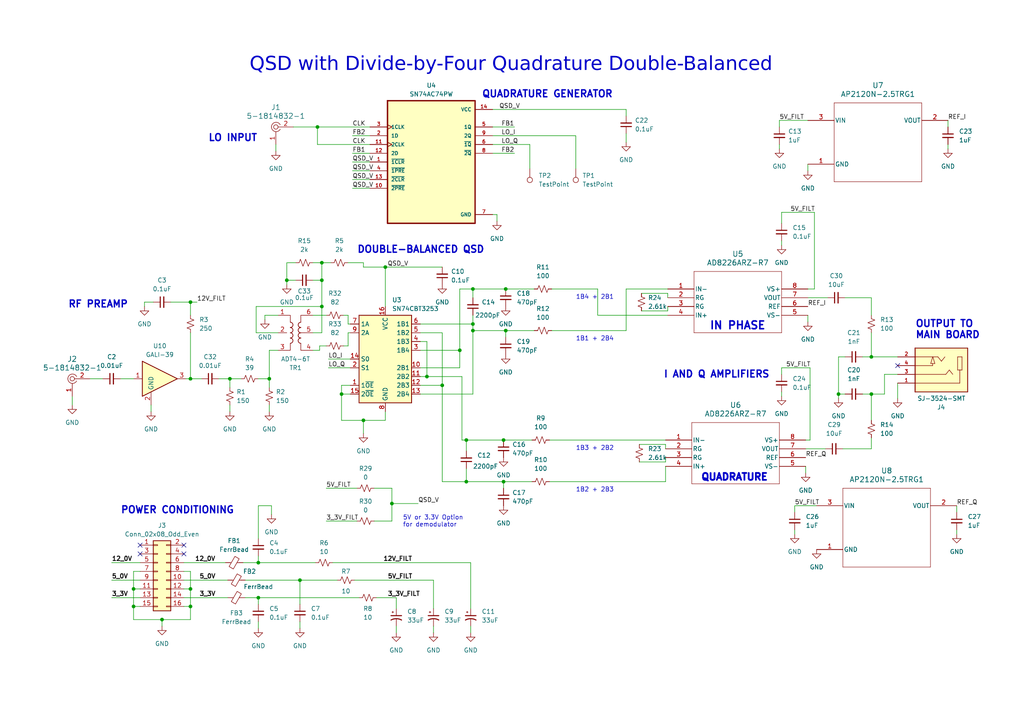
<source format=kicad_sch>
(kicad_sch (version 20230121) (generator eeschema)
  (paper "A4")
  (title_block (title "QSD4 with Divide-by-Four Quadrature Double-Balanced") (date "2023-11-17") (rev "1.0"))
  (lib_symbols
    (symbol "2023-10-04_14-23-21:AD8226ARZ-R7" (pin_names (offset 0.254))
      (property "Reference" "U" (at 20.32 10.16 0))
      (property "Value" "AD8226ARZ-R7" (at 20.32 7.62 0))
      (symbol "AD8226ARZ-R7_0_1"
        (pin unspecified line (at 0 0 0) (length 7.62) (name "IN-") (number "1"))
        (pin unspecified line (at 0 -2.54 0) (length 7.62) (name "RG") (number "2"))
        (pin unspecified line (at 0 -5.08 0) (length 7.62) (name "RG") (number "3"))
        (pin unspecified line (at 0 -7.62 0) (length 7.62) (name "IN+") (number "4"))
        (pin power_in line (at 40.64 -7.62 180) (length 7.62) (name "VS-") (number "5"))
        (pin unspecified line (at 40.64 -5.08 180) (length 7.62) (name "REF") (number "6"))
        (pin unspecified line (at 40.64 -2.54 180) (length 7.62) (name "VOUT") (number "7"))
        (pin power_in line (at 40.64 0 180) (length 7.62) (name "VS+") (number "8"))
      )
    )
    (symbol "2023-10-04_14-49-55:AP2120N-2.5TRG1" (pin_names (offset 0.254))
      (property "Reference" "U" (at 20.32 10.16 0))
      (property "Value" "AP2120N-2.5TRG1" (at 20.32 7.62 0))
      (symbol "AP2120N-2.5TRG1_0_1"
        (pin power_in line (at 0 -12.7 0) (length 7.62) (name "GND") (number "1"))
        (pin output line (at 40.64 0 180) (length 7.62) (name "VOUT") (number "2"))
        (pin input line (at 0 0 0) (length 7.62) (name "VIN") (number "3"))
      )
    )
    (symbol "Analog_Switch:SN74CBT3253"
      (property "Reference" "U" (at -7.62 13.97 0))
      (property "Value" "SN74CBT3253" (at -11.43 -13.97 0))
      (symbol "SN74CBT3253_1_1"
        (pin input line (at -10.16 -7.62 0) (length 2.54) (name "1~{OE}") (number "1"))
        (pin bidirectional line (at 10.16 -2.54 180) (length 2.54) (name "2B1") (number "10"))
        (pin bidirectional line (at 10.16 -5.08 180) (length 2.54) (name "2B2") (number "11"))
        (pin bidirectional line (at 10.16 -7.62 180) (length 2.54) (name "2B3") (number "12"))
        (pin bidirectional line (at 10.16 -10.16 180) (length 2.54) (name "2B4") (number "13"))
        (pin input line (at -10.16 0 0) (length 2.54) (name "S0") (number "14"))
        (pin input line (at -10.16 -10.16 0) (length 2.54) (name "2~{OE}") (number "15"))
        (pin power_in line (at 0 15.24 270) (length 2.54) (name "VCC") (number "16"))
        (pin input line (at -10.16 -2.54 0) (length 2.54) (name "S1") (number "2"))
        (pin bidirectional line (at 10.16 2.54 180) (length 2.54) (name "1B4") (number "3"))
        (pin bidirectional line (at 10.16 5.08 180) (length 2.54) (name "1B3") (number "4"))
        (pin bidirectional line (at 10.16 7.62 180) (length 2.54) (name "1B2") (number "5"))
        (pin bidirectional line (at 10.16 10.16 180) (length 2.54) (name "1B1") (number "6"))
        (pin bidirectional line (at -10.16 10.16 0) (length 2.54) (name "1A") (number "7"))
        (pin power_in line (at 0 -15.24 90) (length 2.54) (name "GND") (number "8"))
        (pin bidirectional line (at -10.16 7.62 0) (length 2.54) (name "2A") (number "9"))
      )
    )
    (symbol "Connector:TestPoint" (pin_numbers hide) (pin_names (offset 0.762) hide)
      (property "Reference" "TP" (at 0 6.858 0))
      (property "Value" "TestPoint" (at 0 5.08 0))
      (symbol "TestPoint_1_1"
        (pin passive line (at 0 0 90) (length 2.54) (name "1") (number "1"))
      )
    )
    (symbol "Connector_Generic:Conn_02x08_Odd_Even" (pin_names (offset 1.016) hide)
      (property "Reference" "J" (at 1.27 10.16 0))
      (property "Value" "Conn_02x08_Odd_Even" (at 1.27 -12.7 0))
      (symbol "Conn_02x08_Odd_Even_1_1"
        (pin passive line (at -5.08 7.62 0) (length 3.81) (name "Pin_1") (number "1"))
        (pin passive line (at 7.62 -2.54 180) (length 3.81) (name "Pin_10") (number "10"))
        (pin passive line (at -5.08 -5.08 0) (length 3.81) (name "Pin_11") (number "11"))
        (pin passive line (at 7.62 -5.08 180) (length 3.81) (name "Pin_12") (number "12"))
        (pin passive line (at -5.08 -7.62 0) (length 3.81) (name "Pin_13") (number "13"))
        (pin passive line (at 7.62 -7.62 180) (length 3.81) (name "Pin_14") (number "14"))
        (pin passive line (at -5.08 -10.16 0) (length 3.81) (name "Pin_15") (number "15"))
        (pin passive line (at 7.62 -10.16 180) (length 3.81) (name "Pin_16") (number "16"))
        (pin passive line (at 7.62 7.62 180) (length 3.81) (name "Pin_2") (number "2"))
        (pin passive line (at -5.08 5.08 0) (length 3.81) (name "Pin_3") (number "3"))
        (pin passive line (at 7.62 5.08 180) (length 3.81) (name "Pin_4") (number "4"))
        (pin passive line (at -5.08 2.54 0) (length 3.81) (name "Pin_5") (number "5"))
        (pin passive line (at 7.62 2.54 180) (length 3.81) (name "Pin_6") (number "6"))
        (pin passive line (at -5.08 0 0) (length 3.81) (name "Pin_7") (number "7"))
        (pin passive line (at 7.62 0 180) (length 3.81) (name "Pin_8") (number "8"))
        (pin passive line (at -5.08 -2.54 0) (length 3.81) (name "Pin_9") (number "9"))
      )
    )
    (symbol "Device:C_Polarized_Small_US" (pin_numbers hide) (pin_names (offset 0.254) hide)
      (property "Reference" "C" (at 0.254 1.778 0))
      (property "Value" "C_Polarized_Small_US" (at 0.254 -2.032 0))
      (symbol "C_Polarized_Small_US_1_1"
        (pin passive line (at 0 2.54 270) (length 2.032) (name "~") (number "1"))
        (pin passive line (at 0 -2.54 90) (length 2.032) (name "~") (number "2"))
      )
    )
    (symbol "Device:C_Small" (pin_numbers hide) (pin_names (offset 0.254) hide)
      (property "Reference" "C" (at 0.254 1.778 0))
      (property "Value" "C_Small" (at 0.254 -2.032 0))
      (symbol "C_Small_1_1"
        (pin passive line (at 0 2.54 270) (length 2.032) (name "~") (number "1"))
        (pin passive line (at 0 -2.54 90) (length 2.032) (name "~") (number "2"))
      )
    )
    (symbol "Device:FerriteBead_Small" (pin_numbers hide) (pin_names (offset 0))
      (property "Reference" "FB" (at 1.905 1.27 0))
      (property "Value" "FerriteBead_Small" (at 1.905 -1.27 0))
      (symbol "FerriteBead_Small_1_1"
        (pin passive line (at 0 2.54 270) (length 1.27) (name "~") (number "1"))
        (pin passive line (at 0 -2.54 90) (length 1.27) (name "~") (number "2"))
      )
    )
    (symbol "Device:R_Small_US" (pin_numbers hide) (pin_names (offset 0.254) hide)
      (property "Reference" "R" (at 0.762 0.508 0))
      (property "Value" "R_Small_US" (at 0.762 -1.016 0))
      (symbol "R_Small_US_1_1"
        (pin passive line (at 0 2.54 270) (length 1.016) (name "~") (number "1"))
        (pin passive line (at 0 -2.54 90) (length 1.016) (name "~") (number "2"))
      )
    )
    (symbol "RF_Amplifier:GALI-39"
      (property "Reference" "U" (at -1.27 7.62 0))
      (property "Value" "GALI-39" (at 2.54 5.08 0))
      (symbol "GALI-39_1_1"
        (pin input line (at -7.62 0 0) (length 2.54) (name "~") (number "1"))
        (pin power_in line (at -2.54 -7.62 90) (length 3.81) (name "GND") (number "2"))
        (pin output line (at 7.62 0 180) (length 2.54) (name "~") (number "3"))
      )
    )
    (symbol "SJ-3524-SMT:SJ-3524-SMT" (pin_names (offset 1.016) hide)
      (property "Reference" "J" (at -7.6454 8.2804 0))
      (property "Value" "SJ-3524-SMT" (at -7.6454 -7.6708 0))
      (symbol "SJ-3524-SMT_0_0"
        (pin passive line (at 12.7 5.08 180) (length 5.08) (name "~") (number "1"))
        (pin passive line (at 12.7 -2.54 180) (length 5.08) (name "~") (number "2"))
        (pin passive line (at 12.7 2.54 180) (length 5.08) (name "~") (number "3"))
        (pin passive line (at 12.7 0 180) (length 5.08) (name "~") (number "4"))
      )
    )
    (symbol "SN74AC74PW:SN74AC74PW" (pin_names (offset 1.016))
      (property "Reference" "U" (at -12.7 18.78 0))
      (property "Value" "SN74AC74PW" (at -12.7 -21.78 0))
      (symbol "SN74AC74PW_0_0"
        (pin input line (at -17.78 0 0) (length 5.08) (name "~{1CLR}") (number "1"))
        (pin input line (at -17.78 -7.62 0) (length 5.08) (name "~{2PRE}") (number "10"))
        (pin input clock (at -17.78 5.08 0) (length 5.08) (name "2CLK") (number "11"))
        (pin input line (at -17.78 2.54 0) (length 5.08) (name "2D") (number "12"))
        (pin input line (at -17.78 -5.08 0) (length 5.08) (name "~{2CLR}") (number "13"))
        (pin power_in line (at 17.78 15.24 180) (length 5.08) (name "VCC") (number "14"))
        (pin input line (at -17.78 7.62 0) (length 5.08) (name "1D") (number "2"))
        (pin input clock (at -17.78 10.16 0) (length 5.08) (name "1CLK") (number "3"))
        (pin input line (at -17.78 -2.54 0) (length 5.08) (name "~{1PRE}") (number "4"))
        (pin output line (at 17.78 10.16 180) (length 5.08) (name "1Q") (number "5"))
        (pin output line (at 17.78 5.08 180) (length 5.08) (name "~{1Q}") (number "6"))
        (pin power_in line (at 17.78 -15.24 180) (length 5.08) (name "GND") (number "7"))
        (pin output line (at 17.78 2.54 180) (length 5.08) (name "~{2Q}") (number "8"))
        (pin output line (at 17.78 7.62 180) (length 5.08) (name "2Q") (number "9"))
      )
    )
    (symbol "Transformer:ADT4-6T" (pin_names hide)
      (property "Reference" "TR1" (at 0 10.16 0))
      (property "Value" "ADT4-6T" (at 0 7.62 0))
      (symbol "ADT4-6T_1_1"
        (pin passive line (at -5.08 -5.08 0) (length 2.54) (name "~") (number "1"))
        (pin passive line (at -5.08 0 0) (length 2.54) (name "NOCONN") (number "2"))
        (pin passive line (at -5.08 5.08 0) (length 2.54) (name "~") (number "3"))
        (pin passive line (at 5.08 5.08 180) (length 2.54) (name "~") (number "4"))
        (pin passive line (at 5.08 0 180) (length 2.54) (name "~") (number "5"))
        (pin passive line (at 5.08 -5.08 180) (length 2.54) (name "~") (number "6"))
      )
    )
    (symbol "dk_Coaxial-Connectors-RF:5-1814832-1" (pin_names (offset 1.016))
      (property "Reference" "J" (at -2.54 1.27 0))
      (property "Value" "5-1814832-1" (at 1.27 -2.54 0))
      (symbol "5-1814832-1_1_1"
        (pin passive line (at 0 -5.08 90) (length 3.683) (name "~") (number "1"))
        (pin passive line (at 5.08 0 180) (length 4.445) (name "~") (number "2"))
      )
    )
    (symbol "power:GND" (power) (pin_names (offset 0))
      (property "Value" "GND" (at 0 -3.81 0))
      (symbol "GND_1_1"
        (pin power_in line (at 0 0 270) (length 0) hide (name "GND") (number "1"))
      )
    )
  )
  (junction (at 86.995 168.275))
  (junction (at 111.76 77.47))
  (junction (at 55.245 109.855))
  (junction (at 55.245 175.895))
  (junction (at 55.245 87.63))
  (junction (at 146.685 83.82))
  (junction (at 135.255 127.635))
  (junction (at 135.255 139.7))
  (junction (at 66.675 109.855))
  (junction (at 93.345 88.9))
  (junction (at 252.73 114.3))
  (junction (at 93.345 81.28))
  (junction (at 74.93 163.195))
  (junction (at 137.16 93.98))
  (junction (at 128.27 111.76))
  (junction (at 92.075 36.83))
  (junction (at 99.06 114.3))
  (junction (at 78.105 109.855))
  (junction (at 243.205 114.3))
  (junction (at 137.16 83.82))
  (junction (at 38.735 175.895))
  (junction (at 252.73 103.505))
  (junction (at 55.245 170.815))
  (junction (at 146.685 95.885))
  (junction (at 74.93 173.355))
  (junction (at 105.41 121.92))
  (junction (at 123.825 109.22))
  (junction (at 113.665 146.05))
  (junction (at 38.735 170.815))
  (junction (at 93.345 76.2))
  (junction (at 46.99 179.705))
  (junction (at 146.05 127.635))
  (junction (at 137.16 95.885))
  (junction (at 83.185 81.28))
  (junction (at 146.05 139.7))
  (junction (at 133.35 101.6))
  (no_connect (at 260.35 106.045))
  (no_connect (at 53.34 160.655))
  (no_connect (at 40.64 160.655))
  (no_connect (at 53.34 158.115))
  (no_connect (at 40.64 158.115))
  (wire (pts (xy 274.955 41.91) (xy 274.955 43.18)))
  (wire (pts (xy 186.055 90.17) (xy 193.675 90.17)))
  (wire (pts (xy 114.935 181.61) (xy 114.935 183.515)))
  (wire (pts (xy 233.68 130.175) (xy 239.395 130.175)))
  (wire (pts (xy 102.87 168.275) (xy 125.73 168.275)))
  (wire (pts (xy 121.92 99.06) (xy 123.825 99.06)))
  (wire (pts (xy 55.245 109.855) (xy 58.42 109.855)))
  (wire (pts (xy 108.585 141.605) (xy 113.665 141.605)))
  (wire (pts (xy 90.805 76.2) (xy 93.345 76.2)))
  (wire (pts (xy 234.95 127.635) (xy 234.95 106.68)))
  (wire (pts (xy 74.295 96.52) (xy 74.295 88.9)))
  (wire (pts (xy 167.005 48.895) (xy 167.005 39.37)))
  (wire (pts (xy 38.735 175.895) (xy 38.735 179.705)))
  (wire (pts (xy 185.42 128.905) (xy 193.04 128.905)))
  (wire (pts (xy 74.93 173.355) (xy 74.93 175.26)))
  (wire (pts (xy 181.61 95.885) (xy 181.61 83.82)))
  (wire (pts (xy 103.505 151.13) (xy 94.615 151.13)))
  (wire (pts (xy 226.06 34.925) (xy 226.06 36.83)))
  (wire (pts (xy 230.505 146.685) (xy 230.505 148.59)))
  (wire (pts (xy 38.735 170.815) (xy 40.64 170.815)))
  (wire (pts (xy 252.73 130.175) (xy 252.73 127)))
  (wire (pts (xy 256.54 114.3) (xy 256.54 108.585)))
  (wire (pts (xy 26.035 109.855) (xy 29.845 109.855)))
  (wire (pts (xy 99.06 114.3) (xy 99.06 111.76)))
  (wire (pts (xy 55.245 87.63) (xy 55.245 91.44)))
  (wire (pts (xy 80.01 41.91) (xy 80.01 43.815)))
  (wire (pts (xy 142.875 31.75) (xy 181.61 31.75)))
  (wire (pts (xy 137.16 83.82) (xy 146.685 83.82)))
  (wire (pts (xy 43.815 117.475) (xy 43.815 119.38)))
  (wire (pts (xy 71.12 173.355) (xy 74.93 173.355)))
  (wire (pts (xy 193.675 90.17) (xy 193.675 88.9)))
  (wire (pts (xy 137.16 83.82) (xy 137.16 86.36)))
  (wire (pts (xy 234.95 106.68) (xy 226.695 106.68)))
  (wire (pts (xy 55.245 165.735) (xy 55.245 170.815)))
  (wire (pts (xy 113.665 146.05) (xy 121.285 146.05)))
  (wire (pts (xy 78.105 109.855) (xy 78.105 112.395)))
  (wire (pts (xy 74.93 161.29) (xy 74.93 163.195)))
  (wire (pts (xy 41.91 88.9) (xy 41.91 87.63)))
  (wire (pts (xy 159.385 139.7) (xy 193.04 139.7)))
  (wire (pts (xy 93.345 81.28) (xy 93.345 88.9)))
  (wire (pts (xy 55.245 165.735) (xy 53.34 165.735)))
  (wire (pts (xy 93.345 88.9) (xy 93.345 96.52)))
  (wire (pts (xy 53.34 170.815) (xy 55.245 170.815)))
  (wire (pts (xy 99.06 114.3) (xy 99.06 121.92)))
  (wire (pts (xy 95.25 106.68) (xy 101.6 106.68)))
  (wire (pts (xy 226.695 69.85) (xy 226.695 71.12)))
  (wire (pts (xy 226.06 34.925) (xy 234.315 34.925)))
  (wire (pts (xy 99.06 121.92) (xy 105.41 121.92)))
  (wire (pts (xy 102.235 52.07) (xy 107.315 52.07)))
  (wire (pts (xy 113.665 146.05) (xy 113.665 151.13)))
  (wire (pts (xy 121.92 106.68) (xy 133.35 106.68)))
  (wire (pts (xy 99.06 111.76) (xy 101.6 111.76)))
  (wire (pts (xy 236.22 83.82) (xy 236.22 61.595)))
  (wire (pts (xy 193.04 139.7) (xy 193.04 135.255)))
  (wire (pts (xy 94.615 141.605) (xy 103.505 141.605)))
  (wire (pts (xy 41.91 87.63) (xy 44.45 87.63)))
  (wire (pts (xy 49.53 87.63) (xy 55.245 87.63)))
  (wire (pts (xy 78.74 146.685) (xy 78.74 149.225)))
  (wire (pts (xy 113.665 141.605) (xy 113.665 146.05)))
  (wire (pts (xy 125.73 181.61) (xy 125.73 183.515)))
  (wire (pts (xy 137.16 114.3) (xy 137.16 95.885)))
  (wire (pts (xy 74.93 109.855) (xy 78.105 109.855)))
  (wire (pts (xy 142.875 62.23) (xy 144.145 62.23)))
  (wire (pts (xy 90.805 81.28) (xy 93.345 81.28)))
  (wire (pts (xy 111.76 121.92) (xy 111.76 119.38)))
  (wire (pts (xy 186.055 85.09) (xy 193.675 85.09)))
  (wire (pts (xy 274.955 34.925) (xy 274.955 36.83)))
  (wire (pts (xy 53.34 163.195) (xy 65.405 163.195)))
  (wire (pts (xy 90.805 91.44) (xy 94.615 91.44)))
  (wire (pts (xy 86.995 168.275) (xy 97.79 168.275)))
  (wire (pts (xy 250.19 114.3) (xy 252.73 114.3)))
  (wire (pts (xy 105.41 76.2) (xy 105.41 77.47)))
  (wire (pts (xy 78.105 109.855) (xy 78.105 101.6)))
  (wire (pts (xy 133.35 101.6) (xy 133.35 83.82)))
  (wire (pts (xy 128.27 139.7) (xy 135.255 139.7)))
  (wire (pts (xy 92.71 101.6) (xy 92.71 100.33)))
  (wire (pts (xy 100.965 93.98) (xy 101.6 93.98)))
  (wire (pts (xy 86.995 180.34) (xy 86.995 182.245)))
  (wire (pts (xy 53.34 173.355) (xy 66.04 173.355)))
  (wire (pts (xy 74.93 156.21) (xy 74.93 146.685)))
  (wire (pts (xy 102.235 54.61) (xy 107.315 54.61)))
  (wire (pts (xy 135.255 127.635) (xy 146.05 127.635)))
  (wire (pts (xy 34.925 109.855) (xy 38.735 109.855)))
  (wire (pts (xy 80.645 91.44) (xy 76.835 91.44)))
  (wire (pts (xy 74.93 180.34) (xy 74.93 182.245)))
  (wire (pts (xy 245.11 103.505) (xy 243.205 103.505)))
  (wire (pts (xy 66.675 117.475) (xy 66.675 119.38)))
  (wire (pts (xy 55.245 170.815) (xy 55.245 175.895)))
  (wire (pts (xy 146.685 97.79) (xy 146.685 95.885)))
  (wire (pts (xy 146.05 141.605) (xy 146.05 139.7)))
  (wire (pts (xy 136.525 163.195) (xy 136.525 176.53)))
  (wire (pts (xy 92.075 36.83) (xy 107.315 36.83)))
  (wire (pts (xy 78.105 117.475) (xy 78.105 119.38)))
  (wire (pts (xy 256.54 114.3) (xy 252.73 114.3)))
  (wire (pts (xy 243.205 103.505) (xy 243.205 114.3)))
  (wire (pts (xy 137.16 95.885) (xy 146.685 95.885)))
  (wire (pts (xy 105.41 77.47) (xy 111.76 77.47)))
  (wire (pts (xy 260.35 111.125) (xy 260.35 115.57)))
  (wire (pts (xy 38.735 165.735) (xy 40.64 165.735)))
  (wire (pts (xy 111.76 77.47) (xy 111.76 88.9)))
  (wire (pts (xy 181.61 83.82) (xy 193.675 83.82)))
  (wire (pts (xy 85.725 76.2) (xy 83.185 76.2)))
  (wire (pts (xy 92.075 41.91) (xy 92.075 36.83)))
  (wire (pts (xy 121.92 114.3) (xy 137.16 114.3)))
  (wire (pts (xy 55.245 96.52) (xy 55.245 109.855)))
  (wire (pts (xy 146.05 127.635) (xy 154.305 127.635)))
  (wire (pts (xy 109.22 173.355) (xy 114.935 173.355)))
  (wire (pts (xy 193.04 128.905) (xy 193.04 130.175)))
  (wire (pts (xy 252.73 114.3) (xy 252.73 121.92)))
  (wire (pts (xy 32.385 163.195) (xy 40.64 163.195)))
  (wire (pts (xy 93.345 76.2) (xy 95.885 76.2)))
  (wire (pts (xy 142.875 41.91) (xy 153.67 41.91)))
  (wire (pts (xy 245.11 86.36) (xy 252.73 86.36)))
  (wire (pts (xy 135.255 139.7) (xy 146.05 139.7)))
  (wire (pts (xy 121.92 101.6) (xy 133.35 101.6)))
  (wire (pts (xy 160.02 95.885) (xy 181.61 95.885)))
  (wire (pts (xy 105.41 121.92) (xy 111.76 121.92)))
  (wire (pts (xy 121.92 93.98) (xy 137.16 93.98)))
  (wire (pts (xy 133.35 106.68) (xy 133.35 101.6)))
  (wire (pts (xy 100.965 96.52) (xy 101.6 96.52)))
  (wire (pts (xy 123.825 109.22) (xy 133.985 109.22)))
  (wire (pts (xy 234.315 91.44) (xy 234.315 93.345)))
  (wire (pts (xy 71.12 168.275) (xy 86.995 168.275)))
  (wire (pts (xy 185.42 133.985) (xy 193.04 133.985)))
  (wire (pts (xy 102.235 46.99) (xy 107.315 46.99)))
  (wire (pts (xy 252.73 103.505) (xy 260.35 103.505)))
  (wire (pts (xy 83.185 81.28) (xy 83.185 82.55)))
  (wire (pts (xy 135.255 135.89) (xy 135.255 139.7)))
  (wire (pts (xy 181.61 31.75) (xy 181.61 33.655)))
  (wire (pts (xy 53.34 168.275) (xy 66.04 168.275)))
  (wire (pts (xy 95.25 104.14) (xy 101.6 104.14)))
  (wire (pts (xy 133.985 109.22) (xy 133.985 127.635)))
  (wire (pts (xy 181.61 38.735) (xy 181.61 41.275)))
  (wire (pts (xy 193.675 85.09) (xy 193.675 86.36)))
  (wire (pts (xy 226.06 41.91) (xy 226.06 43.18)))
  (wire (pts (xy 133.35 83.82) (xy 137.16 83.82)))
  (wire (pts (xy 46.99 179.705) (xy 46.99 181.61)))
  (wire (pts (xy 66.675 109.855) (xy 69.85 109.855)))
  (wire (pts (xy 226.695 64.77) (xy 226.695 61.595)))
  (wire (pts (xy 32.385 168.275) (xy 40.64 168.275)))
  (wire (pts (xy 123.825 99.06) (xy 123.825 109.22)))
  (wire (pts (xy 108.585 151.13) (xy 113.665 151.13)))
  (wire (pts (xy 83.185 81.28) (xy 85.725 81.28)))
  (wire (pts (xy 38.735 170.815) (xy 38.735 165.735)))
  (wire (pts (xy 128.27 111.76) (xy 128.27 139.7)))
  (wire (pts (xy 78.105 101.6) (xy 80.645 101.6)))
  (wire (pts (xy 96.52 163.195) (xy 136.525 163.195)))
  (wire (pts (xy 85.09 36.83) (xy 92.075 36.83)))
  (wire (pts (xy 277.495 153.67) (xy 277.495 154.94)))
  (wire (pts (xy 142.875 39.37) (xy 167.005 39.37)))
  (wire (pts (xy 63.5 109.855) (xy 66.675 109.855)))
  (wire (pts (xy 133.985 127.635) (xy 135.255 127.635)))
  (wire (pts (xy 102.235 44.45) (xy 107.315 44.45)))
  (wire (pts (xy 92.075 41.91) (xy 107.315 41.91)))
  (wire (pts (xy 144.145 62.23) (xy 144.145 64.135)))
  (wire (pts (xy 55.245 87.63) (xy 57.15 87.63)))
  (wire (pts (xy 90.805 96.52) (xy 93.345 96.52)))
  (wire (pts (xy 135.255 127.635) (xy 135.255 130.81)))
  (wire (pts (xy 121.92 109.22) (xy 123.825 109.22)))
  (wire (pts (xy 70.485 163.195) (xy 74.93 163.195)))
  (wire (pts (xy 173.355 91.44) (xy 193.675 91.44)))
  (wire (pts (xy 55.245 175.895) (xy 53.34 175.895)))
  (wire (pts (xy 76.835 91.44) (xy 76.835 92.71)))
  (wire (pts (xy 173.355 83.82) (xy 173.355 91.44)))
  (wire (pts (xy 105.41 121.92) (xy 105.41 125.73)))
  (wire (pts (xy 234.315 86.36) (xy 240.03 86.36)))
  (wire (pts (xy 99.695 100.33) (xy 100.965 100.33)))
  (wire (pts (xy 252.73 96.52) (xy 252.73 103.505)))
  (wire (pts (xy 102.235 49.53) (xy 107.315 49.53)))
  (wire (pts (xy 142.875 44.45) (xy 149.225 44.45)))
  (wire (pts (xy 252.73 86.36) (xy 252.73 91.44)))
  (wire (pts (xy 226.695 106.68) (xy 226.695 108.585)))
  (wire (pts (xy 137.16 91.44) (xy 137.16 93.98)))
  (wire (pts (xy 111.76 77.47) (xy 128.27 77.47)))
  (wire (pts (xy 233.68 127.635) (xy 234.95 127.635)))
  (wire (pts (xy 233.68 135.255) (xy 233.68 137.16)))
  (wire (pts (xy 66.675 109.855) (xy 66.675 112.395)))
  (wire (pts (xy 243.205 114.3) (xy 245.11 114.3)))
  (wire (pts (xy 38.735 179.705) (xy 46.99 179.705)))
  (wire (pts (xy 121.92 96.52) (xy 128.27 96.52)))
  (wire (pts (xy 80.645 96.52) (xy 74.295 96.52)))
  (wire (pts (xy 121.92 111.76) (xy 128.27 111.76)))
  (wire (pts (xy 74.295 88.9) (xy 93.345 88.9)))
  (wire (pts (xy 100.965 100.33) (xy 100.965 96.52)))
  (wire (pts (xy 234.315 83.82) (xy 236.22 83.82)))
  (wire (pts (xy 74.93 173.355) (xy 104.14 173.355)))
  (wire (pts (xy 256.54 108.585) (xy 260.35 108.585)))
  (wire (pts (xy 146.685 83.82) (xy 154.94 83.82)))
  (wire (pts (xy 230.505 153.67) (xy 230.505 154.94)))
  (wire (pts (xy 160.02 83.82) (xy 173.355 83.82)))
  (wire (pts (xy 55.245 179.705) (xy 55.245 175.895)))
  (wire (pts (xy 226.695 61.595) (xy 236.22 61.595)))
  (wire (pts (xy 277.495 146.685) (xy 277.495 148.59)))
  (wire (pts (xy 74.93 163.195) (xy 91.44 163.195)))
  (wire (pts (xy 93.345 76.2) (xy 93.345 81.28)))
  (wire (pts (xy 90.805 101.6) (xy 92.71 101.6)))
  (wire (pts (xy 153.67 41.91) (xy 153.67 48.895)))
  (wire (pts (xy 226.695 113.665) (xy 226.695 114.935)))
  (wire (pts (xy 99.695 91.44) (xy 100.965 91.44)))
  (wire (pts (xy 20.955 114.935) (xy 20.955 117.475)))
  (wire (pts (xy 101.6 114.3) (xy 99.06 114.3)))
  (wire (pts (xy 100.965 91.44) (xy 100.965 93.98)))
  (wire (pts (xy 159.385 127.635) (xy 193.04 127.635)))
  (wire (pts (xy 234.315 47.625) (xy 234.315 49.53)))
  (wire (pts (xy 243.205 114.3) (xy 243.205 115.57)))
  (wire (pts (xy 146.05 139.7) (xy 154.305 139.7)))
  (wire (pts (xy 230.505 146.685) (xy 236.855 146.685)))
  (wire (pts (xy 92.71 100.33) (xy 94.615 100.33)))
  (wire (pts (xy 193.04 133.985) (xy 193.04 132.715)))
  (wire (pts (xy 46.99 179.705) (xy 55.245 179.705)))
  (wire (pts (xy 244.475 130.175) (xy 252.73 130.175)))
  (wire (pts (xy 102.235 39.37) (xy 107.315 39.37)))
  (wire (pts (xy 74.93 146.685) (xy 78.74 146.685)))
  (wire (pts (xy 250.19 103.505) (xy 252.73 103.505)))
  (wire (pts (xy 142.875 36.83) (xy 149.225 36.83)))
  (wire (pts (xy 136.525 181.61) (xy 136.525 183.515)))
  (wire (pts (xy 32.385 173.355) (xy 40.64 173.355)))
  (wire (pts (xy 40.64 175.895) (xy 38.735 175.895)))
  (wire (pts (xy 83.185 76.2) (xy 83.185 81.28)))
  (wire (pts (xy 128.27 96.52) (xy 128.27 111.76)))
  (wire (pts (xy 53.975 109.855) (xy 55.245 109.855)))
  (wire (pts (xy 146.685 95.885) (xy 154.94 95.885)))
  (wire (pts (xy 137.16 95.885) (xy 137.16 93.98)))
  (wire (pts (xy 86.995 168.275) (xy 86.995 175.26)))
  (wire (pts (xy 125.73 168.275) (xy 125.73 176.53)))
  (wire (pts (xy 114.935 173.355) (xy 114.935 176.53)))
  (wire (pts (xy 38.735 175.895) (xy 38.735 170.815)))
  (wire (pts (xy 100.965 76.2) (xy 105.41 76.2)))
  (text "1B2 + 2B3" (at 167.005 142.875 0) (effects (font (size 1.27 1.27)) (justify left bottom)))
  (text "1B3 + 2B2" (at 167.005 130.81 0) (effects (font (size 1.27 1.27)) (justify left bottom)))
  (text "QUADRATURE" (at 203.2 139.7 0) (effects (font (size 2 2) (thickness 0.5) bold) (justify left bottom)))
  (text "LO INPUT" (at 60.325 41.275 0) (effects (font (size 2 2) (thickness 0.4) bold) (justify left bottom)))
  (text "IN PHASE" (at 205.74 95.885 0) (effects (font (size 2.25 2.25) (thickness 0.45) bold) (justify left bottom)))
  (text "DOUBLE-BALANCED QSD" (at 103.505 73.66 0) (effects (font (size 2 2) (thickness 0.4) bold) (justify left bottom)))
  (text "QUADRATURE GENERATOR" (at 139.7 28.575 0) (effects (font (size 2 2) bold) (justify left bottom)))
  (text "POWER CONDITIONING" (at 34.925 149.225 0) (effects (font (size 2 2) bold) (justify left bottom)))
  (text "RF PREAMP" (at 19.685 89.535 0) (effects (font (size 2 2) bold) (justify left bottom)))
  (text "1B4 + 2B1" (at 167.005 86.995 0) (effects (font (size 1.27 1.27)) (justify left bottom)))
  (text "OUTPUT TO\nMAIN BOARD" (at 265.43 98.425 0) (effects (font (size 2 2) bold) (justify left bottom)))
  (text "5V or 3.3V Option\nfor demodulator" (at 116.84 153.035 0) (effects (font (size 1.27 1.27)) (justify left bottom)))
  (text "I AND Q AMPLIFIERS" (at 192.405 109.855 0) (effects (font (size 2 2) bold) (justify left bottom)))
  (text "1B1 + 2B4" (at 167.005 99.06 0) (effects (font (size 1.27 1.27)) (justify left bottom)))
  (text "QSD with Divide-by-Four Quadrature Double-Balanced" (at 72.39 22.225 0) (effects (font (size 4 4)) (justify left bottom)))
  (label "3_3V_FILT" (at 112.395 173.355 0) (effects (font bold)))
  (label "3_3V" (at 57.785 173.355 0) (effects (font bold)))
  (label "QSD_V" (at 102.235 54.61 0))
  (label "5V_FILT" (at 226.06 34.925 0))
  (label "FB2" (at 102.235 39.37 0))
  (label "FB2" (at 145.415 44.45 0))
  (label "5V_FILT" (at 230.505 146.685 0))
  (label "3_3V" (at 32.385 173.355 0) (effects (font bold)))
  (label "QSD_V" (at 102.235 52.07 0))
  (label "LO_I" (at 95.25 104.14 0))
  (label "5V_FILT" (at 229.235 61.595 0))
  (label "FB1" (at 145.415 36.83 0))
  (label "QSD_V" (at 102.235 46.99 0))
  (label "12V_FILT" (at 57.15 87.63 0))
  (label "REF_Q" (at 277.495 146.685 0))
  (label "QSD_V" (at 112.395 77.47 0))
  (label "LO_Q" (at 95.25 106.68 0))
  (label "3_3V_FILT" (at 94.615 151.13 0))
  (label "QSD_V" (at 121.285 146.05 0))
  (label "5V_FILT" (at 94.615 141.605 0))
  (label "QSD_V" (at 102.235 49.53 0))
  (label "CLK" (at 102.235 36.83 0))
  (label "REF_I" (at 274.955 34.925 0))
  (label "LO_I" (at 145.415 39.37 0))
  (label "12V_FILT" (at 111.125 163.195 0) (effects (font bold)))
  (label "FB1" (at 102.235 44.45 0))
  (label "12_0V" (at 56.515 163.195 0) (effects (font bold)))
  (label "QSD_V" (at 144.78 31.75 0))
  (label "CLK" (at 102.235 41.91 0))
  (label "12_0V" (at 32.385 163.195 0) (effects (font bold)))
  (label "LO_Q" (at 145.415 41.91 0))
  (label "5_0V" (at 32.385 168.275 0) (effects (font bold)))
  (label "REF_Q" (at 233.68 132.715 0))
  (label "5_0V" (at 57.785 168.275 0) (effects (font bold)))
  (label "5V_FILT" (at 227.965 106.68 0))
  (label "REF_I" (at 234.315 88.9 0))
  (label "5V_FILT" (at 112.395 168.275 0) (effects (font bold)))
  (symbol (lib_id "Device:C_Small") (at 230.505 151.13 0) (unit 1)
    (property "Reference" "C26" (at 233.68 149.8663 0) (effects (justify left)))
    (property "Value" "1uF" (at 233.68 152.4063 0) (effects (justify left)))
    (property "Footprint" "Capacitor_SMD:C_1206_3216Metric" (effects hide))
  )
  (symbol (lib_id "power:GND") (at 234.315 93.345 0) (unit 1)
    (property "Reference" "#PWR028" (effects hide))
    (property "Value" "GND" (at 234.315 98.425 0))
  )
  (symbol (lib_id "power:GND") (at 146.685 88.9 0) (unit 1)
    (property "Reference" "#PWR020" (effects hide))
    (property "Value" "GND" (at 146.685 93.98 0))
  )
  (symbol (lib_id "Device:R_Small_US") (at 157.48 83.82 90) (unit 1)
    (property "Reference" "R11" (at 157.48 77.47 90))
    (property "Value" "100" (at 157.48 80.01 90))
    (property "Footprint" "Resistor_SMD:R_1206_3216Metric" (effects hide))
  )
  (symbol (lib_id "Device:R_Small_US") (at 98.425 76.2 90) (unit 1)
    (property "Reference" "R5" (at 98.425 69.85 90))
    (property "Value" "2k" (at 98.425 72.39 90))
    (property "Footprint" "Resistor_SMD:R_1206_3216Metric" (effects hide))
  )
  (symbol (lib_id "power:GND") (at 277.495 154.94 0) (unit 1)
    (property "Reference" "#PWR036" (effects hide))
    (property "Value" "GND" (at 277.495 160.02 0))
  )
  (symbol (lib_id "power:GND") (at 181.61 41.275 0) (unit 1)
    (property "Reference" "#PWR025" (effects hide))
    (property "Value" "GND" (at 181.61 46.355 0))
  )
  (symbol (lib_id "Device:C_Small") (at 277.495 151.13 0) (unit 1)
    (property "Reference" "C27" (at 280.67 149.8663 0) (effects (justify left)))
    (property "Value" "1uF" (at 280.67 152.4063 0) (effects (justify left)))
    (property "Footprint" "Capacitor_SMD:C_1206_3216Metric" (effects hide))
  )
  (symbol (lib_id "Device:R_Small_US") (at 252.73 124.46 180) (unit 1)
    (property "Reference" "R14" (at 255.27 123.19 0) (effects (justify right)))
    (property "Value" "100" (at 255.27 125.73 0) (effects (justify right)))
    (property "Footprint" "Resistor_SMD:R_1206_3216Metric" (effects hide))
  )
  (symbol (lib_id "power:GND") (at 243.205 115.57 0) (unit 1)
    (property "Reference" "#PWR022" (effects hide))
    (property "Value" "GND" (at 243.205 120.65 0))
  )
  (symbol (lib_id "Device:R_Small_US") (at 72.39 109.855 90) (unit 1)
    (property "Reference" "R4" (at 72.39 104.14 90))
    (property "Value" "39" (at 72.39 106.68 90))
    (property "Footprint" "Resistor_SMD:R_1206_3216Metric" (effects hide))
  )
  (symbol (lib_id "Device:FerriteBead_Small") (at 68.58 168.275 90) (unit 1)
    (property "Reference" "FB2" (at 72.39 165.735 90))
    (property "Value" "FerrBead" (at 74.93 170.18 90))
    (property "Footprint" "Inductor_SMD:L_1206_3216Metric" (effects hide))
  )
  (symbol (lib_id "Device:C_Polarized_Small_US") (at 125.73 179.07 0) (unit 1)
    (property "Reference" "C9" (at 128.905 177.3682 0) (effects (justify left)))
    (property "Value" "33uF" (at 128.905 179.9082 0) (effects (justify left)))
    (property "Footprint" "Capacitor_THT:CP_Radial_D5.0mm_P2.00mm" (effects hide))
  )
  (symbol (lib_id "Device:R_Small_US") (at 106.045 151.13 90) (unit 1)
    (property "Reference" "R30" (at 106.045 145.415 90))
    (property "Value" "0" (at 106.045 147.955 90))
    (property "Footprint" "Resistor_SMD:R_1206_3216Metric" (effects hide))
  )
  (symbol (lib_id "power:GND") (at 76.835 92.71 0) (unit 1)
    (property "Reference" "#PWR033" (effects hide))
    (property "Value" "GND" (at 76.835 97.79 0))
  )
  (symbol (lib_id "SN74AC74PW:SN74AC74PW") (at 125.095 46.99 0) (unit 1)
    (property "Reference" "U4" (at 125.095 24.765 0))
    (property "Value" "SN74AC74PW" (at 125.095 27.305 0))
    (property "Footprint" "SN74AC74PW:SOP65P640X120-14N" (effects hide))
  )
  (symbol (lib_id "power:GND") (at 234.315 49.53 0) (unit 1)
    (property "Reference" "#PWR026" (effects hide))
    (property "Value" "GND" (at 234.315 54.61 0))
  )
  (symbol (lib_id "power:GND") (at 41.91 88.9 0) (unit 1)
    (property "Reference" "#PWR06" (effects hide))
    (property "Value" "GND" (at 41.91 93.98 0))
  )
  (symbol (lib_id "power:GND") (at 236.855 159.385 0) (unit 1)
    (property "Reference" "#PWR027" (effects hide))
    (property "Value" "GND" (at 236.855 164.465 0))
  )
  (symbol (lib_id "Device:C_Small") (at 74.93 177.8 0) (unit 1)
    (property "Reference" "C5" (at 78.105 176.5363 0) (effects (justify left)))
    (property "Value" "0.1uF" (at 78.105 179.0763 0) (effects (justify left)))
    (property "Footprint" "Capacitor_SMD:C_1206_3216Metric" (effects hide))
  )
  (symbol (lib_id "Device:R_Small_US") (at 66.675 114.935 0) (unit 1)
    (property "Reference" "R1" (at 68.58 113.665 0) (effects (justify left)))
    (property "Value" "150" (at 68.58 116.205 0) (effects (justify left)))
    (property "Footprint" "Resistor_SMD:R_1206_3216Metric" (effects hide))
  )
  (symbol (lib_id "2023-10-04_14-23-21:AD8226ARZ-R7") (at 193.04 127.635 0) (unit 1)
    (property "Reference" "U6" (at 213.36 117.475 0) (effects (font (size 1.524 1.524))))
    (property "Value" "AD8226ARZ-R7" (at 213.36 120.015 0) (effects (font (size 1.524 1.524))))
    (property "Footprint" "AD8129ARZ:R_8_ADI" (effects hide))
    (property "Datasheet" "AD8226ARZ-R7" (effects hide))
  )
  (symbol (lib_id "Device:R_Small_US") (at 252.73 93.98 180) (unit 1)
    (property "Reference" "R13" (at 255.27 92.71 0) (effects (justify right)))
    (property "Value" "100" (at 255.27 95.25 0) (effects (justify right)))
    (property "Footprint" "Resistor_SMD:R_1206_3216Metric" (effects hide))
  )
  (symbol (lib_id "Device:R_Small_US") (at 78.105 114.935 0) (unit 1)
    (property "Reference" "R2" (at 80.01 113.665 0) (effects (justify left)))
    (property "Value" "150" (at 80.01 116.205 0) (effects (justify left)))
    (property "Footprint" "Resistor_SMD:R_1206_3216Metric" (effects hide))
  )
  (symbol (lib_id "power:GND") (at 226.695 114.935 0) (unit 1)
    (property "Reference" "#PWR038" (effects hide))
    (property "Value" "GND" (at 226.695 120.015 0))
  )
  (symbol (lib_id "Device:C_Small") (at 46.99 87.63 90) (unit 1)
    (property "Reference" "C3" (at 46.9963 81.28 90))
    (property "Value" "0.1uF" (at 46.9963 83.82 90))
    (property "Footprint" "Capacitor_SMD:C_1206_3216Metric" (effects hide))
  )
  (symbol (lib_id "Device:C_Small") (at 181.61 36.195 180) (unit 1)
    (property "Reference" "C22" (at 184.15 34.9186 0) (effects (justify right)))
    (property "Value" "0.1uF" (at 184.15 37.4586 0) (effects (justify right)))
    (property "Footprint" "Capacitor_SMD:C_1206_3216Metric" (effects hide))
  )
  (symbol (lib_id "Device:C_Small") (at 32.385 109.855 90) (unit 1)
    (property "Reference" "C2" (at 32.3913 103.505 90))
    (property "Value" "0.01uF" (at 32.3913 106.045 90))
    (property "Footprint" "Capacitor_SMD:C_1206_3216Metric" (effects hide))
  )
  (symbol (lib_id "Transformer:ADT4-6T") (at 85.725 96.52 0) (mirror x) (unit 1)
    (property "Reference" "TR1" (at 85.725 106.68 0))
    (property "Value" "ADT4-6T" (at 85.725 104.14 0))
    (property "Footprint" "RF_Mini-Circuits:Mini-Circuits_CD637_H5.23mm" (effects hide))
    (property "Datasheet" "https://www.minicircuits.com/pdfs/ADT4-6T+.pdf" (effects hide))
  )
  (symbol (lib_id "Device:C_Small") (at 128.27 80.01 180) (unit 1)
    (property "Reference" "C10" (at 130.81 78.7336 0) (effects (justify right)))
    (property "Value" "0.1uF" (at 130.81 81.2736 0) (effects (justify right)))
    (property "Footprint" "Capacitor_SMD:C_1206_3216Metric" (effects hide))
  )
  (symbol (lib_id "Device:C_Small") (at 226.695 67.31 0) (unit 1)
    (property "Reference" "C15" (at 229.87 66.0463 0) (effects (justify left)))
    (property "Value" "0.1uF" (at 229.87 68.5863 0) (effects (justify left)))
    (property "Footprint" "Capacitor_SMD:C_1206_3216Metric" (effects hide))
  )
  (symbol (lib_id "Device:C_Small") (at 86.995 177.8 0) (unit 1)
    (property "Reference" "C7" (at 90.17 176.5363 0) (effects (justify left)))
    (property "Value" "0.1uF" (at 90.17 179.0763 0) (effects (justify left)))
    (property "Footprint" "Capacitor_SMD:C_1206_3216Metric" (effects hide))
  )
  (symbol (lib_id "Device:R_Small_US") (at 93.98 163.195 90) (unit 1)
    (property "Reference" "R6" (at 93.98 157.48 90))
    (property "Value" "10" (at 93.98 160.02 90))
    (property "Footprint" "Resistor_SMD:R_1206_3216Metric" (effects hide))
  )
  (symbol (lib_id "power:GND") (at 128.27 82.55 0) (unit 1)
    (property "Reference" "#PWR016" (effects hide))
    (property "Value" "GND" (at 128.27 87.63 0))
  )
  (symbol (lib_id "power:GND") (at 74.93 182.245 0) (unit 1)
    (property "Reference" "#PWR09" (effects hide))
    (property "Value" "GND" (at 74.93 187.325 0))
  )
  (symbol (lib_id "power:GND") (at 274.955 43.18 0) (unit 1)
    (property "Reference" "#PWR039" (effects hide))
    (property "Value" "GND" (at 274.955 48.26 0))
  )
  (symbol (lib_id "Device:R_Small_US") (at 88.265 76.2 90) (unit 1)
    (property "Reference" "R15" (at 88.265 69.85 90))
    (property "Value" "2k" (at 88.265 72.39 90))
    (property "Footprint" "Resistor_SMD:R_1206_3216Metric" (effects hide))
  )
  (symbol (lib_id "power:GND") (at 83.185 82.55 0) (unit 1)
    (property "Reference" "#PWR035" (effects hide))
    (property "Value" "GND" (at 83.185 87.63 0))
  )
  (symbol (lib_id "power:GND") (at 146.05 146.685 0) (unit 1)
    (property "Reference" "#PWR019" (effects hide))
    (property "Value" "GND" (at 146.05 151.765 0))
  )
  (symbol (lib_id "power:GND") (at 114.935 183.515 0) (unit 1)
    (property "Reference" "#PWR014" (effects hide))
    (property "Value" "GND" (at 114.935 188.595 0))
  )
  (symbol (lib_id "Device:R_Small_US") (at 97.155 100.33 90) (unit 1)
    (property "Reference" "R33" (at 97.155 93.98 90))
    (property "Value" "82" (at 97.155 96.52 90))
    (property "Footprint" "Resistor_SMD:R_1206_3216Metric" (effects hide))
  )
  (symbol (lib_id "power:GND") (at 146.685 102.87 0) (unit 1)
    (property "Reference" "#PWR021" (effects hide))
    (property "Value" "GND" (at 146.685 107.95 0))
  )
  (symbol (lib_id "power:GND") (at 43.815 119.38 0) (unit 1)
    (property "Reference" "#PWR07" (effects hide))
    (property "Value" "GND" (at 43.815 124.46 0))
  )
  (symbol (lib_id "power:GND") (at 144.145 64.135 0) (unit 1)
    (property "Reference" "#PWR024" (effects hide))
    (property "Value" "GND" (at 144.145 69.215 0))
  )
  (symbol (lib_id "Device:R_Small_US") (at 156.845 139.7 90) (unit 1)
    (property "Reference" "R10" (at 156.845 133.35 90))
    (property "Value" "100" (at 156.845 135.89 90))
    (property "Footprint" "Resistor_SMD:R_1206_3216Metric" (effects hide))
  )
  (symbol (lib_id "Device:C_Small") (at 146.685 100.33 0) (unit 1)
    (property "Reference" "C19" (at 149.86 99.0663 0) (effects (justify left)))
    (property "Value" "470pF" (at 149.86 101.6063 0) (effects (justify left)))
    (property "Footprint" "Capacitor_SMD:C_1206_3216Metric" (effects hide))
  )
  (symbol (lib_id "Device:R_Small_US") (at 157.48 95.885 90) (unit 1)
    (property "Reference" "R12" (at 157.48 89.535 90))
    (property "Value" "100" (at 157.48 92.075 90))
    (property "Footprint" "Resistor_SMD:R_1206_3216Metric" (effects hide))
  )
  (symbol (lib_id "power:GND") (at 233.68 137.16 0) (unit 1)
    (property "Reference" "#PWR029" (effects hide))
    (property "Value" "GND" (at 233.68 142.24 0))
  )
  (symbol (lib_id "dk_Coaxial-Connectors-RF:5-1814832-1") (at 20.955 109.855 0) (unit 1)
    (property "Reference" "J2" (at 20.9549 104.14 0) (effects (font (size 1.524 1.524))))
    (property "Value" "5-1814832-1" (at 20.9549 106.68 0) (effects (font (size 1.524 1.524))))
    (property "Footprint" "digikey-footprints:RF_SMA_Vertical_5-1814832-1" (effects hide))
    (property "Datasheet" "https://www.te.com/commerce/DocumentDelivery/DDEController?Action=srchrtrv&DocNm=1814832&DocType=Customer+Drawing&DocLang=English" (effects hide))
    (property "Digi-Key_PN" "A97594-ND" (effects hide))
    (property "MPN" "5-1814832-1" (effects hide))
    (property "Category" "Connectors, Interconnects" (effects hide))
    (property "Family" "Coaxial Connectors (RF)" (effects hide))
    (property "DK_Datasheet_Link" "https://www.te.com/commerce/DocumentDelivery/DDEController?Action=srchrtrv&DocNm=1814832&DocType=Customer+Drawing&DocLang=English" (effects hide))
    (property "DK_Detail_Page" "/product-detail/en/te-connectivity-amp-connectors/5-1814832-1/A97594-ND/1755982" (effects hide))
    (property "Description" "CONN SMA JACK STR 50 OHM PCB" (effects hide))
    (property "Manufacturer" "TE Connectivity AMP Connectors" (effects hide))
    (property "Status" "Active" (effects hide))
  )
  (symbol (lib_id "power:GND") (at 230.505 154.94 0) (unit 1)
    (property "Reference" "#PWR031" (effects hide))
    (property "Value" "GND" (at 230.505 160.02 0))
  )
  (symbol (lib_id "power:GND") (at 46.99 181.61 0) (unit 1)
    (property "Reference" "#PWR05" (effects hide))
    (property "Value" "GND" (at 46.99 186.69 0))
  )
  (symbol (lib_id "Device:C_Small") (at 146.685 86.36 0) (unit 1)
    (property "Reference" "C18" (at 149.86 85.0963 0) (effects (justify left)))
    (property "Value" "470pF" (at 149.86 87.6363 0) (effects (justify left)))
    (property "Footprint" "Capacitor_SMD:C_1206_3216Metric" (effects hide))
  )
  (symbol (lib_id "Device:C_Small") (at 135.255 133.35 180) (unit 1)
    (property "Reference" "C12" (at 138.43 132.0736 0) (effects (justify right)))
    (property "Value" "2200pF" (at 137.16 135.255 0) (effects (justify right)))
    (property "Footprint" "Capacitor_SMD:C_1206_3216Metric" (effects hide))
  )
  (symbol (lib_id "Device:FerriteBead_Small") (at 68.58 173.355 90) (unit 1)
    (property "Reference" "FB3" (at 68.58 177.8 90))
    (property "Value" "FerrBead" (at 68.58 180.34 90))
    (property "Footprint" "Inductor_SMD:L_1206_3216Metric" (effects hide))
  )
  (symbol (lib_id "Device:C_Small") (at 242.57 86.36 90) (unit 1)
    (property "Reference" "C30" (at 242.5763 80.01 90))
    (property "Value" "10uF" (at 242.5763 82.55 90))
    (property "Footprint" "Capacitor_SMD:C_1206_3216Metric" (effects hide))
  )
  (symbol (lib_id "Device:R_Small_US") (at 106.68 173.355 90) (unit 1)
    (property "Reference" "R8" (at 106.68 176.53 90))
    (property "Value" "10" (at 106.68 179.07 90))
    (property "Footprint" "Resistor_SMD:R_1206_3216Metric" (effects hide))
  )
  (symbol (lib_id "Device:R_Small_US") (at 55.245 93.98 0) (unit 1)
    (property "Reference" "R3" (at 57.785 92.71 0) (effects (justify left)))
    (property "Value" "250" (at 57.785 95.25 0) (effects (justify left)))
    (property "Footprint" "Resistor_SMD:R_1206_3216Metric" (effects hide))
  )
  (symbol (lib_id "Connector_Generic:Conn_02x08_Odd_Even") (at 45.72 165.735 0) (unit 1)
    (property "Reference" "J3" (at 46.99 152.4 0))
    (property "Value" "Conn_02x08_Odd_Even" (at 46.99 154.94 0))
    (property "Footprint" "Connector_IDC:IDC-Header_2x08_P2.54mm_Vertical" (effects hide))
  )
  (symbol (lib_id "Connector:TestPoint") (at 167.005 48.895 180) (unit 1)
    (property "Reference" "TP1" (at 168.91 50.927 0) (effects (justify right)))
    (property "Value" "TestPoint" (at 168.91 53.467 0) (effects (justify right)))
    (property "Footprint" "TestPoint:TestPoint_Pad_D1.0mm" (effects hide))
  )
  (symbol (lib_id "Device:R_Small_US") (at 106.045 141.605 90) (unit 1)
    (property "Reference" "R29" (at 106.045 135.89 90))
    (property "Value" "0" (at 106.045 138.43 90))
    (property "Footprint" "Resistor_SMD:R_1206_3216Metric" (effects hide))
  )
  (symbol (lib_id "power:GND") (at 226.695 71.12 0) (unit 1)
    (property "Reference" "#PWR040" (effects hide))
    (property "Value" "GND" (at 226.695 76.2 0))
  )
  (symbol (lib_id "Device:C_Small") (at 74.93 158.75 0) (unit 1)
    (property "Reference" "C4" (at 78.105 157.4863 0) (effects (justify left)))
    (property "Value" "0.1uF" (at 78.105 160.0263 0) (effects (justify left)))
    (property "Footprint" "Capacitor_SMD:C_1206_3216Metric" (effects hide))
  )
  (symbol (lib_id "Device:C_Small") (at 226.695 111.125 0) (unit 1)
    (property "Reference" "C24" (at 229.87 109.8613 0) (effects (justify left)))
    (property "Value" "0.1uF" (at 229.87 112.4013 0) (effects (justify left)))
    (property "Footprint" "Capacitor_SMD:C_1206_3216Metric" (effects hide))
  )
  (symbol (lib_id "power:GND") (at 66.675 119.38 0) (unit 1)
    (property "Reference" "#PWR041" (effects hide))
    (property "Value" "GND" (at 66.675 124.46 0))
  )
  (symbol (lib_id "power:GND") (at 260.35 115.57 0) (unit 1)
    (property "Reference" "#PWR030" (effects hide))
    (property "Value" "GND" (at 260.35 120.65 0))
  )
  (symbol (lib_id "Device:C_Small") (at 274.955 39.37 0) (unit 1)
    (property "Reference" "C23" (at 278.13 38.1063 0) (effects (justify left)))
    (property "Value" "1uF" (at 278.13 40.6463 0) (effects (justify left)))
    (property "Footprint" "Capacitor_SMD:C_1206_3216Metric" (effects hide))
  )
  (symbol (lib_id "power:GND") (at 146.05 132.715 0) (unit 1)
    (property "Reference" "#PWR018" (effects hide))
    (property "Value" "GND" (at 146.05 137.795 0))
  )
  (symbol (lib_id "power:GND") (at 80.01 43.815 0) (unit 1)
    (property "Reference" "#PWR01" (effects hide))
    (property "Value" "GND" (at 80.01 48.895 0))
  )
  (symbol (lib_id "Device:R_Small_US") (at 185.42 131.445 180) (unit 1)
    (property "Reference" "R23" (at 187.96 130.175 0) (effects (justify right)))
    (property "Value" "2.61k" (at 187.96 132.715 0) (effects (justify right)))
    (property "Footprint" "Resistor_SMD:R_1206_3216Metric" (effects hide))
  )
  (symbol (lib_id "2023-10-04_14-49-55:AP2120N-2.5TRG1") (at 234.315 34.925 0) (unit 1)
    (property "Reference" "U7" (at 254.635 24.765 0) (effects (font (size 1.524 1.524))))
    (property "Value" "AP2120N-2.5TRG1" (at 254.635 27.305 0) (effects (font (size 1.524 1.524))))
    (property "Footprint" "AP2120N:SOT-23_DIO" (effects hide))
    (property "Datasheet" "AP2120N-2.5TRG1" (effects hide))
  )
  (symbol (lib_id "dk_Coaxial-Connectors-RF:5-1814832-1") (at 80.01 36.83 0) (unit 1)
    (property "Reference" "J1" (at 80.0099 31.115 0) (effects (font (size 1.524 1.524))))
    (property "Value" "5-1814832-1" (at 80.0099 33.655 0) (effects (font (size 1.524 1.524))))
    (property "Footprint" "digikey-footprints:RF_SMA_Vertical_5-1814832-1" (effects hide))
    (property "Datasheet" "https://www.te.com/commerce/DocumentDelivery/DDEController?Action=srchrtrv&DocNm=1814832&DocType=Customer+Drawing&DocLang=English" (effects hide))
    (property "Digi-Key_PN" "A97594-ND" (effects hide))
    (property "MPN" "5-1814832-1" (effects hide))
    (property "Category" "Connectors, Interconnects" (effects hide))
    (property "Family" "Coaxial Connectors (RF)" (effects hide))
    (property "DK_Datasheet_Link" "https://www.te.com/commerce/DocumentDelivery/DDEController?Action=srchrtrv&DocNm=1814832&DocType=Customer+Drawing&DocLang=English" (effects hide))
    (property "DK_Detail_Page" "/product-detail/en/te-connectivity-amp-connectors/5-1814832-1/A97594-ND/1755982" (effects hide))
    (property "Description" "CONN SMA JACK STR 50 OHM PCB" (effects hide))
    (property "Manufacturer" "TE Connectivity AMP Connectors" (effects hide))
    (property "Status" "Active" (effects hide))
  )
  (symbol (lib_id "Device:C_Polarized_Small_US") (at 114.935 179.07 0) (unit 1)
    (property "Reference" "C8" (at 118.11 177.3682 0) (effects (justify left)))
    (property "Value" "33uF" (at 118.11 179.9082 0) (effects (justify left)))
    (property "Footprint" "Capacitor_THT:CP_Radial_D5.0mm_P2.00mm" (effects hide))
  )
  (symbol (lib_id "power:GND") (at 125.73 183.515 0) (unit 1)
    (property "Reference" "#PWR015" (effects hide))
    (property "Value" "GND" (at 125.73 188.595 0))
  )
  (symbol (lib_id "Device:R_Small_US") (at 186.055 87.63 0) (unit 1)
    (property "Reference" "R24" (at 187.96 86.36 0) (effects (justify left)))
    (property "Value" "2.61k" (at 187.96 88.9 0) (effects (justify left)))
    (property "Footprint" "Resistor_SMD:R_1206_3216Metric" (effects hide))
  )
  (symbol (lib_id "Device:C_Small") (at 247.65 114.3 90) (unit 1)
    (property "Reference" "C20" (at 247.6563 107.315 90))
    (property "Value" "1nF" (at 247.6563 109.855 90))
    (property "Footprint" "Capacitor_SMD:C_1206_3216Metric" (effects hide))
  )
  (symbol (lib_id "power:GND") (at 105.41 125.73 0) (unit 1)
    (property "Reference" "#PWR013" (effects hide))
    (property "Value" "GND" (at 105.41 130.81 0))
  )
  (symbol (lib_id "Connector:TestPoint") (at 153.67 48.895 180) (unit 1)
    (property "Reference" "TP2" (at 156.21 50.927 0) (effects (justify right)))
    (property "Value" "TestPoint" (at 156.21 53.467 0) (effects (justify right)))
    (property "Footprint" "TestPoint:TestPoint_Pad_D1.0mm" (effects hide))
  )
  (symbol (lib_id "Device:C_Polarized_Small_US") (at 136.525 179.07 0) (unit 1)
    (property "Reference" "C11" (at 139.7 177.3682 0) (effects (justify left)))
    (property "Value" "33uF" (at 139.7 179.9082 0) (effects (justify left)))
    (property "Footprint" "Capacitor_THT:CP_Radial_D5.0mm_P2.00mm" (effects hide))
  )
  (symbol (lib_id "Device:C_Small") (at 146.05 144.145 0) (unit 1)
    (property "Reference" "C17" (at 148.59 142.8813 0) (effects (justify left)))
    (property "Value" "470pF" (at 148.59 145.4213 0) (effects (justify left)))
    (property "Footprint" "Capacitor_SMD:C_1206_3216Metric" (effects hide))
  )
  (symbol (lib_id "power:GND") (at 78.105 119.38 0) (unit 1)
    (property "Reference" "#PWR042" (effects hide))
    (property "Value" "GND" (at 78.105 124.46 0))
  )
  (symbol (lib_id "RF_Amplifier:GALI-39") (at 46.355 109.855 0) (unit 1)
    (property "Reference" "U10" (at 46.355 100.33 0))
    (property "Value" "GALI-39" (at 46.355 102.87 0))
    (property "Footprint" "Package_TO_SOT_SMD:SOT-89-3" (effects hide))
    (property "Datasheet" "https://www.minicircuits.com/pdfs/GALI-39+.pdf" (effects hide))
  )
  (symbol (lib_id "Device:C_Small") (at 226.06 39.37 0) (unit 1)
    (property "Reference" "C13" (at 228.6 38.1063 0) (effects (justify left)))
    (property "Value" "1uF" (at 228.6 40.6463 0) (effects (justify left)))
    (property "Footprint" "Capacitor_SMD:C_1206_3216Metric" (effects hide))
  )
  (symbol (lib_id "SJ-3524-SMT:SJ-3524-SMT") (at 273.05 106.045 180) (unit 1)
    (property "Reference" "J4" (at 271.78 118.11 0) (effects (justify right)))
    (property "Value" "SJ-3524-SMT" (at 266.065 115.57 0) (effects (justify right)))
    (property "Footprint" "SJ-3524-SMT:CUI_SJ-3524-SMT" (effects hide))
    (property "STANDARD" "Manufacturer recommendations" (effects hide))
    (property "PARTREV" "1.03" (effects hide))
    (property "MF" "CUI Inc" (effects hide))
  )
  (symbol (lib_id "power:GND") (at 226.06 43.18 0) (unit 1)
    (property "Reference" "#PWR037" (effects hide))
    (property "Value" "GND" (at 226.06 48.26 0))
  )
  (symbol (lib_id "Device:R_Small_US") (at 156.845 127.635 90) (unit 1)
    (property "Reference" "R9" (at 156.845 121.285 90))
    (property "Value" "100" (at 156.845 123.825 90))
    (property "Footprint" "Resistor_SMD:R_1206_3216Metric" (effects hide))
  )
  (symbol (lib_id "Analog_Switch:SN74CBT3253") (at 111.76 104.14 0) (unit 1)
    (property "Reference" "U3" (at 113.7159 86.995 0) (effects (justify left)))
    (property "Value" "SN74CBT3253" (at 113.7159 89.535 0) (effects (justify left)))
    (property "Footprint" "Package_SO:SSOP-16_4.4x5.2mm_P0.65mm" (effects hide))
    (property "Datasheet" "http://www.ti.com/lit/gpn/sn74cbt3253" (effects hide))
  )
  (symbol (lib_id "2023-10-04_14-49-55:AP2120N-2.5TRG1") (at 236.855 146.685 0) (unit 1)
    (property "Reference" "U8" (at 257.175 136.525 0) (effects (font (size 1.524 1.524))))
    (property "Value" "AP2120N-2.5TRG1" (at 257.175 139.065 0) (effects (font (size 1.524 1.524))))
    (property "Footprint" "AP2120N:SOT-23_DIO" (effects hide))
    (property "Datasheet" "AP2120N-2.5TRG1" (effects hide))
  )
  (symbol (lib_id "Device:R_Small_US") (at 97.155 91.44 90) (unit 1)
    (property "Reference" "R32" (at 97.155 85.09 90))
    (property "Value" "82" (at 97.155 87.63 90))
    (property "Footprint" "Resistor_SMD:R_1206_3216Metric" (effects hide))
  )
  (symbol (lib_id "Device:R_Small_US") (at 100.33 168.275 90) (unit 1)
    (property "Reference" "R7" (at 100.33 165.735 90))
    (property "Value" "10" (at 100.33 171.45 90))
    (property "Footprint" "Resistor_SMD:R_1206_3216Metric" (effects hide))
  )
  (symbol (lib_id "2023-10-04_14-23-21:AD8226ARZ-R7") (at 193.675 83.82 0) (unit 1)
    (property "Reference" "U5" (at 213.995 73.66 0) (effects (font (size 1.524 1.524))))
    (property "Value" "AD8226ARZ-R7" (at 213.995 76.2 0) (effects (font (size 1.524 1.524))))
    (property "Footprint" "AD8129ARZ:R_8_ADI" (effects hide))
    (property "Datasheet" "AD8226ARZ-R7" (effects hide))
  )
  (symbol (lib_id "Device:FerriteBead_Small") (at 67.945 163.195 90) (unit 1)
    (property "Reference" "FB1" (at 67.9069 156.845 90))
    (property "Value" "FerrBead" (at 67.9069 159.385 90))
    (property "Footprint" "Inductor_SMD:L_1206_3216Metric" (effects hide))
  )
  (symbol (lib_id "Device:C_Small") (at 146.05 130.175 0) (unit 1)
    (property "Reference" "C16" (at 148.59 128.9113 0) (effects (justify left)))
    (property "Value" "470pF" (at 148.59 131.4513 0) (effects (justify left)))
    (property "Footprint" "Capacitor_SMD:C_1206_3216Metric" (effects hide))
  )
  (symbol (lib_id "power:GND") (at 78.74 149.225 0) (unit 1)
    (property "Reference" "#PWR010" (effects hide))
    (property "Value" "GND" (at 78.74 154.305 0))
  )
  (symbol (lib_id "Device:C_Small") (at 137.16 88.9 180) (unit 1)
    (property "Reference" "C14" (at 139.7 87.6236 0) (effects (justify right)))
    (property "Value" "2200pF" (at 137.795 91.44 0) (effects (justify right)))
    (property "Footprint" "Capacitor_SMD:C_1206_3216Metric" (effects hide))
  )
  (symbol (lib_id "power:GND") (at 136.525 183.515 0) (unit 1)
    (property "Reference" "#PWR017" (effects hide))
    (property "Value" "GND" (at 136.525 188.595 0))
  )
  (symbol (lib_id "power:GND") (at 20.955 117.475 0) (unit 1)
    (property "Reference" "#PWR03" (effects hide))
    (property "Value" "GND" (at 20.955 122.555 0))
  )
  (symbol (lib_id "Device:C_Small") (at 60.96 109.855 90) (unit 1)
    (property "Reference" "C32" (at 60.9663 103.505 90))
    (property "Value" "0.01uF" (at 60.9663 106.045 90))
    (property "Footprint" "Capacitor_SMD:C_1206_3216Metric" (effects hide))
  )
  (symbol (lib_id "power:GND") (at 86.995 182.245 0) (unit 1)
    (property "Reference" "#PWR012" (effects hide))
    (property "Value" "GND" (at 86.995 187.325 0))
  )
  (symbol (lib_id "Device:C_Small") (at 88.265 81.28 90) (unit 1)
    (property "Reference" "C33" (at 88.265 84.455 90))
    (property "Value" "0.1uF" (at 88.265 86.36 90))
    (property "Footprint" "Capacitor_SMD:C_1206_3216Metric" (effects hide))
  )
  (symbol (lib_id "Device:C_Small") (at 247.65 103.505 90) (unit 1)
    (property "Reference" "C21" (at 247.6563 96.52 90))
    (property "Value" "1nF" (at 247.6563 99.06 90))
    (property "Footprint" "Capacitor_SMD:C_1206_3216Metric" (effects hide))
  )
  (symbol (lib_id "Device:C_Small") (at 241.935 130.175 90) (unit 1)
    (property "Reference" "C29" (at 241.9413 123.19 90))
    (property "Value" "10uF" (at 241.9413 125.73 90))
    (property "Footprint" "Capacitor_SMD:C_1206_3216Metric" (effects hide))
  )
)
</source>
